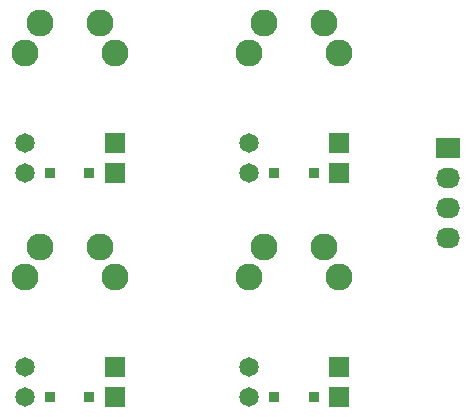
<source format=gbr>
G04 #@! TF.FileFunction,Soldermask,Top*
%FSLAX46Y46*%
G04 Gerber Fmt 4.6, Leading zero omitted, Abs format (unit mm)*
G04 Created by KiCad (PCBNEW (after 2015-jan-16 BZR unknown)-brewed_product) date Friday, March 06, 2015 'AMt' 08:10:05 AM*
%MOMM*%
G01*
G04 APERTURE LIST*
%ADD10C,0.100000*%
%ADD11C,2.286000*%
%ADD12C,1.651000*%
%ADD13R,1.651000X1.651000*%
%ADD14R,0.838200X0.838200*%
%ADD15R,2.032000X1.727200*%
%ADD16O,2.032000X1.727200*%
G04 APERTURE END LIST*
D10*
D11*
X156540000Y-102920000D03*
X150190000Y-105460000D03*
X157810000Y-105460000D03*
X151460000Y-102920000D03*
D12*
X150190000Y-113080000D03*
D13*
X157810000Y-113080000D03*
D12*
X150190000Y-115620000D03*
D13*
X157810000Y-115620000D03*
D14*
X152336300Y-115620000D03*
X155663700Y-115620000D03*
D11*
X156540000Y-121920000D03*
X150190000Y-124460000D03*
X157810000Y-124460000D03*
X151460000Y-121920000D03*
D12*
X150190000Y-132080000D03*
D13*
X157810000Y-132080000D03*
D12*
X150190000Y-134620000D03*
D13*
X157810000Y-134620000D03*
D14*
X152336300Y-134620000D03*
X155663700Y-134620000D03*
D11*
X175540000Y-102920000D03*
X169190000Y-105460000D03*
X176810000Y-105460000D03*
X170460000Y-102920000D03*
D12*
X169190000Y-113080000D03*
D13*
X176810000Y-113080000D03*
D12*
X169190000Y-115620000D03*
D13*
X176810000Y-115620000D03*
D14*
X171336300Y-115620000D03*
X174663700Y-115620000D03*
D11*
X175540000Y-121920000D03*
X169190000Y-124460000D03*
X176810000Y-124460000D03*
X170460000Y-121920000D03*
D12*
X169190000Y-132080000D03*
D13*
X176810000Y-132080000D03*
D12*
X169190000Y-134620000D03*
D13*
X176810000Y-134620000D03*
D14*
X171336300Y-134620000D03*
X174663700Y-134620000D03*
D15*
X186000000Y-113500000D03*
D16*
X186000000Y-116040000D03*
X186000000Y-118580000D03*
X186000000Y-121120000D03*
M02*

</source>
